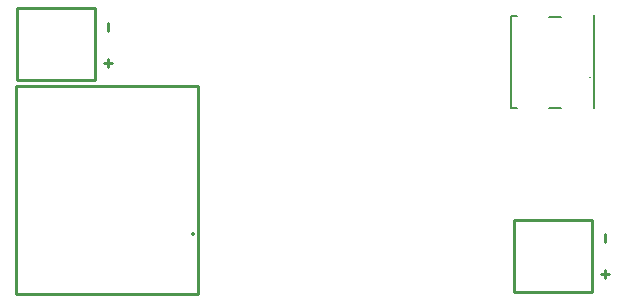
<source format=gbo>
G04 Layer_Color=32896*
%FSLAX25Y25*%
%MOIN*%
G70*
G01*
G75*
%ADD14C,0.01000*%
%ADD33C,0.00500*%
G36*
X232274Y112858D02*
X231827D01*
Y113306D01*
X232274D01*
Y112858D01*
D02*
G37*
D14*
X232627Y41658D02*
Y65658D01*
X206627D02*
X232627D01*
X206627Y41658D02*
Y65658D01*
Y41658D02*
X232627D01*
X237126Y46158D02*
Y48824D01*
X238459Y47491D02*
X235793D01*
X237126Y58158D02*
Y60824D01*
X66970Y112270D02*
Y136270D01*
X40970D02*
X66970D01*
X40970Y112270D02*
Y136270D01*
Y112270D02*
X66970D01*
X40870Y40870D02*
X101370D01*
X40870D02*
Y110370D01*
X101370D01*
Y40870D02*
Y110370D01*
X71469Y116770D02*
Y119436D01*
X72802Y118103D02*
X70136D01*
X71469Y128770D02*
Y131436D01*
X99370Y60870D02*
X99703D01*
Y61203D01*
X99370D01*
Y60870D01*
D33*
X205827Y102858D02*
Y133758D01*
X207827D01*
X205827Y102858D02*
X207827D01*
X233327D02*
Y133858D01*
X218327Y133358D02*
X222327D01*
X218327Y102858D02*
X222327D01*
M02*

</source>
